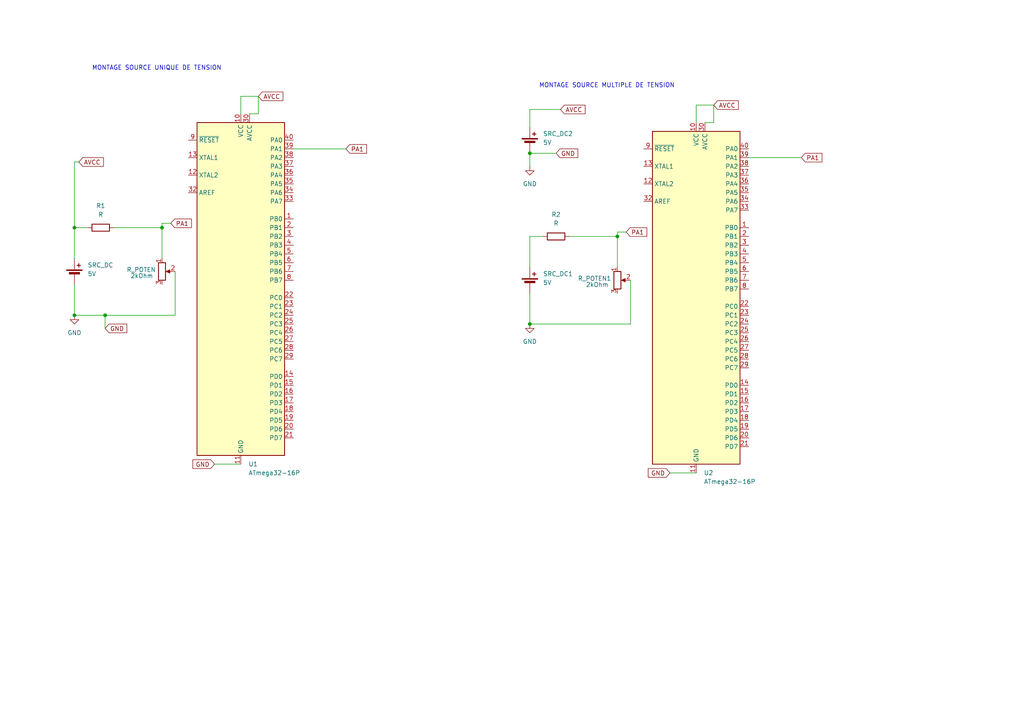
<source format=kicad_sch>
(kicad_sch (version 20231120) (generator "eeschema") (generator_version "8.0")
  (paper "A4")
  (lib_symbols
    (symbol "Device:Battery_Cell" (pin_numbers hide) (pin_names (offset 0) hide)
      (property "Reference" "BT" (at 2.54 2.54 0))
      (property "Value" "Battery_Cell" (at 2.54 0 0))
      (symbol "Battery_Cell_0_1"
        (rectangle (start -2.286 1.778) (end 2.286 1.524) (fill (type outline)))
        (rectangle (start -1.524 1.016) (end 1.524 0.508) (fill (type outline)))
        (polyline (pts (xy 0 0.762) (xy 0 0)))
        (polyline (pts (xy 0 1.778) (xy 0 2.54)))
        (polyline (pts (xy 0.762 3.048) (xy 1.778 3.048)) (stroke (width 0.254)))
        (polyline (pts (xy 1.27 3.556) (xy 1.27 2.54)) (stroke (width 0.254)))
      )
      (symbol "Battery_Cell_1_1"
        (pin passive line (at 0 5.08 270) (length 2.54) (name "+") (number "1"))
        (pin passive line (at 0 -2.54 90) (length 2.54) (name "-") (number "2"))
      )
    )
    (symbol "Device:R" (pin_numbers hide) (pin_names (offset 0))
      (property "Reference" "R" (at 2.032 0 90))
      (property "Value" "R" (at 0 0 90))
      (symbol "R_0_1"
        (rectangle (start -1.016 -2.54) (end 1.016 2.54) (stroke (width 0.254)))
      )
      (symbol "R_1_1"
        (pin passive line (at 0 3.81 270) (length 1.27) (name "~") (number "1"))
        (pin passive line (at 0 -3.81 90) (length 1.27) (name "~") (number "2"))
      )
    )
    (symbol "Device:R_Potentiometer" (pin_names (offset 1.016) hide)
      (property "Reference" "RV" (at -4.445 0 90))
      (property "Value" "R_Potentiometer" (at -2.54 0 90))
      (symbol "R_Potentiometer_0_1"
        (polyline (pts (xy 2.54 0) (xy 1.524 0)))
        (polyline (pts (xy 1.143 0) (xy 2.286 0.508) (xy 2.286 -0.508) (xy 1.143 0)) (fill (type outline)))
        (rectangle (start 1.016 2.54) (end -1.016 -2.54) (stroke (width 0.254)))
      )
      (symbol "R_Potentiometer_1_1"
        (pin passive line (at 0 3.81 270) (length 1.27) (name "1") (number "1"))
        (pin passive line (at 3.81 0 180) (length 1.27) (name "2") (number "2"))
        (pin passive line (at 0 -3.81 90) (length 1.27) (name "3") (number "3"))
      )
    )
    (symbol "MCU_Microchip_ATmega:ATmega32-16P"
      (property "Reference" "U" (at -12.7 49.53 0))
      (property "Value" "ATmega32-16P" (at 2.54 -49.53 0))
      (symbol "ATmega32-16P_0_1"
        (rectangle (start -12.7 -48.26) (end 12.7 48.26) (stroke (width 0.254)) (fill (type background)))
      )
      (symbol "ATmega32-16P_1_1"
        (pin bidirectional line (at 15.24 20.32 180) (length 2.54) (name "PB0") (number "1"))
        (pin power_in line (at 0 50.8 270) (length 2.54) (name "VCC") (number "10"))
        (pin power_in line (at 0 -50.8 90) (length 2.54) (name "GND") (number "11"))
        (pin output line (at -15.24 33.02 0) (length 2.54) (name "XTAL2") (number "12"))
        (pin input line (at -15.24 38.1 0) (length 2.54) (name "XTAL1") (number "13"))
        (pin bidirectional line (at 15.24 -25.4 180) (length 2.54) (name "PD0") (number "14"))
        (pin bidirectional line (at 15.24 -27.94 180) (length 2.54) (name "PD1") (number "15"))
        (pin bidirectional line (at 15.24 -30.48 180) (length 2.54) (name "PD2") (number "16"))
        (pin bidirectional line (at 15.24 -33.02 180) (length 2.54) (name "PD3") (number "17"))
        (pin bidirectional line (at 15.24 -35.56 180) (length 2.54) (name "PD4") (number "18"))
        (pin bidirectional line (at 15.24 -38.1 180) (length 2.54) (name "PD5") (number "19"))
        (pin bidirectional line (at 15.24 17.78 180) (length 2.54) (name "PB1") (number "2"))
        (pin bidirectional line (at 15.24 -40.64 180) (length 2.54) (name "PD6") (number "20"))
        (pin bidirectional line (at 15.24 -43.18 180) (length 2.54) (name "PD7") (number "21"))
        (pin bidirectional line (at 15.24 -2.54 180) (length 2.54) (name "PC0") (number "22"))
        (pin bidirectional line (at 15.24 -5.08 180) (length 2.54) (name "PC1") (number "23"))
        (pin bidirectional line (at 15.24 -7.62 180) (length 2.54) (name "PC2") (number "24"))
        (pin bidirectional line (at 15.24 -10.16 180) (length 2.54) (name "PC3") (number "25"))
        (pin bidirectional line (at 15.24 -12.7 180) (length 2.54) (name "PC4") (number "26"))
        (pin bidirectional line (at 15.24 -15.24 180) (length 2.54) (name "PC5") (number "27"))
        (pin bidirectional line (at 15.24 -17.78 180) (length 2.54) (name "PC6") (number "28"))
        (pin bidirectional line (at 15.24 -20.32 180) (length 2.54) (name "PC7") (number "29"))
        (pin bidirectional line (at 15.24 15.24 180) (length 2.54) (name "PB2") (number "3"))
        (pin power_in line (at 2.54 50.8 270) (length 2.54) (name "AVCC") (number "30"))
        (pin passive line (at 0 -50.8 90) (length 2.54) hide (name "GND") (number "31"))
        (pin passive line (at -15.24 27.94 0) (length 2.54) (name "AREF") (number "32"))
        (pin bidirectional line (at 15.24 25.4 180) (length 2.54) (name "PA7") (number "33"))
        (pin bidirectional line (at 15.24 27.94 180) (length 2.54) (name "PA6") (number "34"))
        (pin bidirectional line (at 15.24 30.48 180) (length 2.54) (name "PA5") (number "35"))
        (pin bidirectional line (at 15.24 33.02 180) (length 2.54) (name "PA4") (number "36"))
        (pin bidirectional line (at 15.24 35.56 180) (length 2.54) (name "PA3") (number "37"))
        (pin bidirectional line (at 15.24 38.1 180) (length 2.54) (name "PA2") (number "38"))
        (pin bidirectional line (at 15.24 40.64 180) (length 2.54) (name "PA1") (number "39"))
        (pin bidirectional line (at 15.24 12.7 180) (length 2.54) (name "PB3") (number "4"))
        (pin bidirectional line (at 15.24 43.18 180) (length 2.54) (name "PA0") (number "40"))
        (pin bidirectional line (at 15.24 10.16 180) (length 2.54) (name "PB4") (number "5"))
        (pin bidirectional line (at 15.24 7.62 180) (length 2.54) (name "PB5") (number "6"))
        (pin bidirectional line (at 15.24 5.08 180) (length 2.54) (name "PB6") (number "7"))
        (pin bidirectional line (at 15.24 2.54 180) (length 2.54) (name "PB7") (number "8"))
        (pin input line (at -15.24 43.18 0) (length 2.54) (name "~{RESET}") (number "9"))
      )
    )
    (symbol "power:GND" (power) (pin_numbers hide) (pin_names (offset 0) hide)
      (property "Value" "GND" (at 0 -3.81 0))
      (symbol "GND_0_1"
        (polyline (pts (xy 0 0) (xy 0 -1.27) (xy 1.27 -1.27) (xy 0 -2.54) (xy -1.27 -1.27) (xy 0 -1.27)))
      )
      (symbol "GND_1_1"
        (pin power_in line (at 0 0 270) (length 0) (name "~") (number "1"))
      )
    )
  )
  (junction (at 21.59 66.04))
  (junction (at 46.99 66.04))
  (junction (at 153.67 93.98))
  (junction (at 179.07 68.58))
  (junction (at 30.48 91.44))
  (junction (at 153.67 44.45))
  (junction (at 21.59 91.44))
  (wire (pts (xy 46.99 66.04) (xy 46.99 74.93)))
  (wire (pts (xy 74.93 33.02) (xy 74.93 27.94)))
  (wire (pts (xy 72.39 33.02) (xy 74.93 33.02)))
  (wire (pts (xy 153.67 36.83) (xy 153.67 31.75)))
  (wire (pts (xy 232.41 45.72) (xy 217.17 45.72)))
  (wire (pts (xy 153.67 85.09) (xy 153.67 93.98)))
  (wire (pts (xy 194.31 137.16) (xy 201.93 137.16)))
  (wire (pts (xy 207.01 35.56) (xy 207.01 30.48)))
  (wire (pts (xy 100.33 43.18) (xy 85.09 43.18)))
  (wire (pts (xy 201.93 35.56) (xy 201.93 30.48)))
  (wire (pts (xy 201.93 30.48) (xy 207.01 30.48)))
  (wire (pts (xy 153.67 44.45) (xy 153.67 48.26)))
  (wire (pts (xy 21.59 66.04) (xy 21.59 46.99)))
  (wire (pts (xy 69.85 27.94) (xy 74.93 27.94)))
  (wire (pts (xy 179.07 67.31) (xy 181.61 67.31)))
  (wire (pts (xy 179.07 68.58) (xy 179.07 77.47)))
  (wire (pts (xy 25.4 66.04) (xy 21.59 66.04)))
  (wire (pts (xy 21.59 46.99) (xy 22.86 46.99)))
  (wire (pts (xy 50.8 78.74) (xy 50.8 91.44)))
  (wire (pts (xy 62.23 134.62) (xy 69.85 134.62)))
  (wire (pts (xy 204.47 35.56) (xy 207.01 35.56)))
  (wire (pts (xy 21.59 82.55) (xy 21.59 91.44)))
  (wire (pts (xy 30.48 91.44) (xy 21.59 91.44)))
  (wire (pts (xy 33.02 66.04) (xy 46.99 66.04)))
  (wire (pts (xy 179.07 68.58) (xy 179.07 67.31)))
  (wire (pts (xy 21.59 66.04) (xy 21.59 74.93)))
  (wire (pts (xy 153.67 44.45) (xy 161.29 44.45)))
  (wire (pts (xy 153.67 31.75) (xy 162.56 31.75)))
  (wire (pts (xy 46.99 66.04) (xy 46.99 64.77)))
  (wire (pts (xy 50.8 91.44) (xy 30.48 91.44)))
  (wire (pts (xy 30.48 91.44) (xy 30.48 95.25)))
  (wire (pts (xy 182.88 81.28) (xy 182.88 93.98)))
  (wire (pts (xy 153.67 93.98) (xy 182.88 93.98)))
  (wire (pts (xy 165.1 68.58) (xy 179.07 68.58)))
  (wire (pts (xy 69.85 33.02) (xy 69.85 27.94)))
  (wire (pts (xy 153.67 68.58) (xy 153.67 77.47)))
  (wire (pts (xy 46.99 64.77) (xy 49.53 64.77)))
  (wire (pts (xy 157.48 68.58) (xy 153.67 68.58)))
  (text "MONTAGE SOURCE UNIQUE DE TENSION\n\n" (at 45.466 20.828 0) (effects (font (size 1.27 1.27))))
  (text "MONTAGE SOURCE MULTIPLE DE TENSION\n\n" (at 176.022 25.908 0) (effects (font (size 1.27 1.27))))
  (global_label "AVCC" (shape input) (at 207.01 30.48 0) (property "Intersheetrefs" "${INTERSHEET_REFS}" (effects (hide yes))))
  (global_label "GND" (shape input) (at 30.48 95.25 0) (property "Intersheetrefs" "${INTERSHEET_REFS}" (effects (hide yes))))
  (global_label "GND" (shape input) (at 161.29 44.45 0) (property "Intersheetrefs" "${INTERSHEET_REFS}" (effects (hide yes))))
  (global_label "PA1" (shape input) (at 100.33 43.18 0) (property "Intersheetrefs" "${INTERSHEET_REFS}" (effects (hide yes))))
  (global_label "AVCC" (shape input) (at 162.56 31.75 0) (property "Intersheetrefs" "${INTERSHEET_REFS}" (effects (hide yes))))
  (global_label "PA1" (shape input) (at 232.41 45.72 0) (property "Intersheetrefs" "${INTERSHEET_REFS}" (effects (hide yes))))
  (global_label "PA1" (shape input) (at 49.53 64.77 0) (property "Intersheetrefs" "${INTERSHEET_REFS}" (effects (hide yes))))
  (global_label "AVCC" (shape input) (at 22.86 46.99 0) (property "Intersheetrefs" "${INTERSHEET_REFS}" (effects (hide yes))))
  (global_label "AVCC" (shape input) (at 74.93 27.94 0) (property "Intersheetrefs" "${INTERSHEET_REFS}" (effects (hide yes))))
  (global_label "GND" (shape input) (at 194.31 137.16 180) (property "Intersheetrefs" "${INTERSHEET_REFS}" (effects (hide yes))))
  (global_label "PA1" (shape input) (at 181.61 67.31 0) (property "Intersheetrefs" "${INTERSHEET_REFS}" (effects (hide yes))))
  (global_label "GND" (shape input) (at 62.23 134.62 180) (property "Intersheetrefs" "${INTERSHEET_REFS}" (effects (hide yes))))
  (symbol (lib_id "Device:Battery_Cell") (at 21.59 80.01 0) (unit 1)
    (property "Reference" "SRC_DC" (at 25.4 76.8984 0) (effects (justify left)))
    (property "Value" "5V" (at 25.4 79.4384 0) (effects (justify left)))
    (property "Description" "Single-cell battery" (effects (hide yes)))
  )
  (symbol (lib_id "Device:R") (at 161.29 68.58 270) (unit 1)
    (property "Reference" "R2" (at 161.29 62.23 90))
    (property "Value" "R" (at 161.29 64.77 90))
    (property "Description" "Resistor" (effects (hide yes)))
  )
  (symbol (lib_id "Device:Battery_Cell") (at 153.67 41.91 0) (unit 1)
    (property "Reference" "SRC_DC2" (at 157.48 38.7984 0) (effects (justify left)))
    (property "Value" "5V" (at 157.48 41.3384 0) (effects (justify left)))
    (property "Description" "Single-cell battery" (effects (hide yes)))
  )
  (symbol (lib_id "Device:R_Potentiometer") (at 46.99 78.74 0) (unit 1)
    (property "Reference" "R_POTEN" (at 45.212 78.232 0) (effects (justify right)))
    (property "Value" "2kOhm" (at 44.45 80.0099 0) (effects (justify right)))
    (property "Description" "Potentiometer" (effects (hide yes)))
  )
  (symbol (lib_id "MCU_Microchip_ATmega:ATmega32-16P") (at 69.85 83.82 0) (unit 1)
    (property "Reference" "U1" (at 72.0441 134.62 0) (effects (justify left)))
    (property "Value" "ATmega32-16P" (at 72.0441 137.16 0) (effects (justify left)))
    (property "Footprint" "Package_DIP:DIP-40_W15.24mm" (effects (hide yes)))
    (property "Datasheet" "http://ww1.microchip.com/downloads/en/DeviceDoc/doc2503.pdf" (effects (hide yes)))
    (property "Description" "16MHz, 32kB Flash, 2kB SRAM, 1kB EEPROM, JTAG, DIP-40" (effects (hide yes)))
  )
  (symbol (lib_id "Device:R_Potentiometer") (at 179.07 81.28 0) (unit 1)
    (property "Reference" "R_POTEN1" (at 177.292 80.772 0) (effects (justify right)))
    (property "Value" "2kOhm" (at 176.53 82.5499 0) (effects (justify right)))
    (property "Description" "Potentiometer" (effects (hide yes)))
  )
  (symbol (lib_id "Device:Battery_Cell") (at 153.67 82.55 0) (unit 1)
    (property "Reference" "SRC_DC1" (at 157.48 79.4384 0) (effects (justify left)))
    (property "Value" "5V" (at 157.48 81.9784 0) (effects (justify left)))
    (property "Description" "Single-cell battery" (effects (hide yes)))
  )
  (symbol (lib_id "Device:R") (at 29.21 66.04 270) (unit 1)
    (property "Reference" "R1" (at 29.21 59.69 90))
    (property "Value" "R" (at 29.21 62.23 90))
    (property "Description" "Resistor" (effects (hide yes)))
  )
  (symbol (lib_id "power:GND") (at 153.67 48.26 0) (unit 1)
    (property "Reference" "#PWR03" (effects (hide yes)))
    (property "Value" "GND" (at 153.67 53.34 0))
    (property "Description" "Power symbol creates a global label with name \"GND\" , ground" (effects (hide yes)))
  )
  (symbol (lib_id "power:GND") (at 153.67 93.98 0) (unit 1)
    (property "Reference" "#PWR02" (effects (hide yes)))
    (property "Value" "GND" (at 153.67 99.06 0))
    (property "Description" "Power symbol creates a global label with name \"GND\" , ground" (effects (hide yes)))
  )
  (symbol (lib_id "power:GND") (at 21.59 91.44 0) (unit 1)
    (property "Reference" "#PWR01" (effects (hide yes)))
    (property "Value" "GND" (at 21.59 96.52 0))
    (property "Description" "Power symbol creates a global label with name \"GND\" , ground" (effects (hide yes)))
  )
  (symbol (lib_id "MCU_Microchip_ATmega:ATmega32-16P") (at 201.93 86.36 0) (unit 1)
    (property "Reference" "U2" (at 204.1241 137.16 0) (effects (justify left)))
    (property "Value" "ATmega32-16P" (at 204.1241 139.7 0) (effects (justify left)))
    (property "Footprint" "Package_DIP:DIP-40_W15.24mm" (effects (hide yes)))
    (property "Datasheet" "http://ww1.microchip.com/downloads/en/DeviceDoc/doc2503.pdf" (effects (hide yes)))
    (property "Description" "16MHz, 32kB Flash, 2kB SRAM, 1kB EEPROM, JTAG, DIP-40" (effects (hide yes)))
  )
)
</source>
